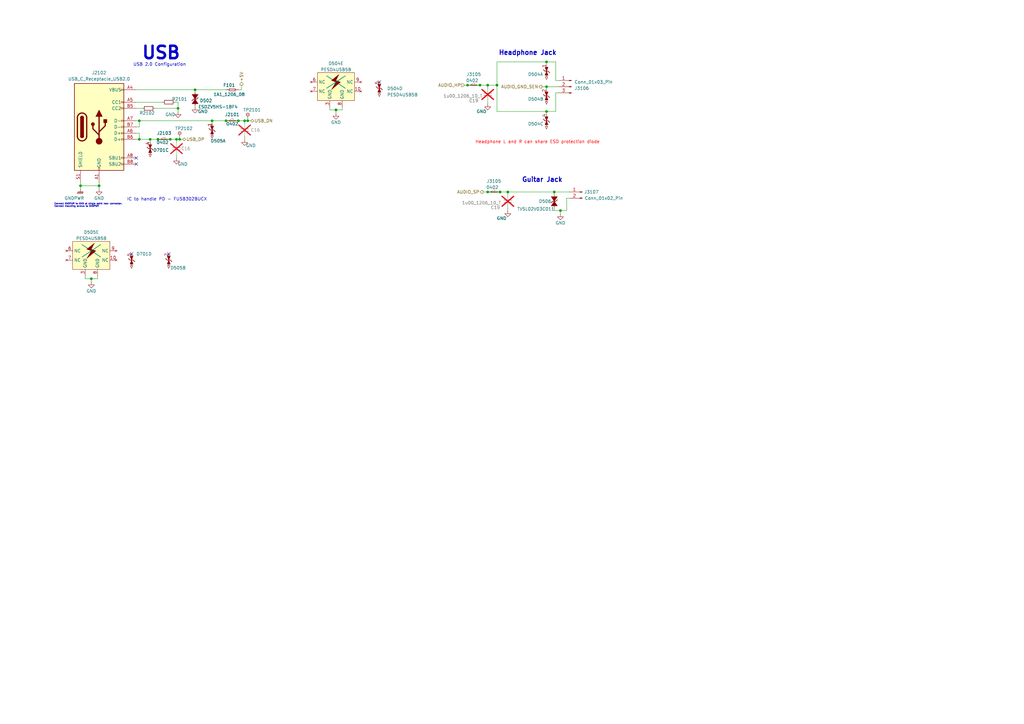
<source format=kicad_sch>
(kicad_sch (version 20230121) (generator eeschema)
  (paper "A3")
  (title_block (title "Audio Board") (date "2023-08-07") (rev "1") (company "Beep Boop"))
  (lib_symbols
    (symbol "Beacon_Library:CUT_N_JUMP" (pin_numbers hide) (in_bom no)
      (property "Reference" "J" (at 0 -0.254 0))
      (property "Value" "0402" (at 0 -3.81 0))
      (symbol "CUT_N_JUMP_1_1"
        (polyline (pts (xy -1.27 -2.54) (xy 1.27 -2.54)) (stroke (width 0.381)))
        (polyline (pts (xy 0.508 -1.905) (xy 0.381 -1.651) (xy 0.508 -1.905) (xy 0.254 -2.032)) (stroke (width 0.0762)))
        (arc (start 0.508 -1.905) (mid -0.5086 -1.8651) (end -1.27 -2.54) (stroke (width 0.0762)))
        (pin passive line (at -2.54 -2.54 0) (length 1.27) (name "~") (number "1"))
        (pin passive line (at 2.54 -2.54 180) (length 1.27) (name "~") (number "2"))
      )
    )
    (symbol "Beacon_Library:ESDL031-1BF4" (pin_numbers hide)
      (property "Reference" "D" (at 0 0 0))
      (property "Value" "ESDL031-1BF4" (at 13.97 0 0))
      (symbol "ESDL031-1BF4_1_1"
        (polyline (pts (xy 3.81 -1.27) (xy 3.175 -1.27) (xy 2.54 -1.905)) (stroke (width 0.254)))
        (polyline (pts (xy 3.81 -1.27) (xy 4.445 -1.27) (xy 5.08 -0.635)) (stroke (width 0.254)))
        (polyline (pts (xy 3.81 -1.27) (xy 2.54 -3.175) (xy 5.08 -3.175) (xy 3.81 -1.27)) (fill (type outline)))
        (polyline (pts (xy 3.81 0.635) (xy 5.08 0.635) (xy 3.81 -1.27) (xy 2.54 0.635) (xy 3.81 0.635)) (fill (type outline)))
        (pin passive line (at 3.81 1.27 270) (length 0.635) (name "") (number "1"))
        (pin passive line (at 3.81 -3.81 90) (length 0.635) (name "") (number "2"))
      )
    )
    (symbol "Beacon_Library:ESDZV5HS-1BF4" (pin_numbers hide)
      (property "Reference" "D" (at 0 0 0))
      (property "Value" "ESDZV5HS-1BF4" (at 12.7 0 0))
      (symbol "ESDZV5HS-1BF4_1_1"
        (polyline (pts (xy 2.54 -2.54) (xy 1.905 -2.54) (xy 1.27 -3.175)) (stroke (width 0.254)))
        (polyline (pts (xy 2.54 -2.54) (xy 3.175 -2.54) (xy 3.81 -1.905)) (stroke (width 0.254)))
        (polyline (pts (xy 2.54 -2.54) (xy 1.27 -4.445) (xy 3.81 -4.445) (xy 2.54 -2.54)) (fill (type outline)))
        (polyline (pts (xy 2.54 -0.635) (xy 3.81 -0.635) (xy 2.54 -2.54) (xy 1.27 -0.635) (xy 2.54 -0.635)) (fill (type outline)))
        (pin passive line (at 2.54 0 270) (length 0.635) (name "") (number "1"))
        (pin passive line (at 2.54 -5.08 90) (length 0.635) (name "") (number "2"))
      )
    )
    (symbol "Beacon_Library:PESD4USB5B-TBSX"
      (property "Reference" "D" (at -2.54 2.54 0))
      (property "Value" "PESD4USB5B" (at 11.43 2.54 0))
      (symbol "PESD4USB5B-TBSX_1_1"
        (polyline (pts (xy 0 -2.921) (xy 0 -3.556)))
        (polyline (pts (xy 0 0.635) (xy 0 0.381)))
        (polyline (pts (xy 0 -1.27) (xy -0.635 -1.27) (xy -1.27 -0.635)) (stroke (width 0.254)))
        (polyline (pts (xy 0 -1.27) (xy 0.635 -1.27) (xy 1.27 -1.905)) (stroke (width 0.254)))
        (polyline (pts (xy -0.508 -3.556) (xy 0.508 -3.556) (xy 0 -4.699) (xy -0.508 -3.556)))
        (polyline (pts (xy 0 -1.27) (xy -0.635 -2.921) (xy 0.635 -2.921) (xy 0 -1.27)) (fill (type outline)))
        (polyline (pts (xy 0 -1.27) (xy -0.635 0.381) (xy 0.635 0.381) (xy 0 -1.27)) (fill (type outline)))
        (pin passive line (at 0 1.27 270) (length 0.635) (name "") (number "1"))
      )
      (symbol "PESD4USB5B-TBSX_2_1"
        (polyline (pts (xy 0 -2.921) (xy 0 -3.556)))
        (polyline (pts (xy 0 0.635) (xy 0 0.381)))
        (polyline (pts (xy 0 -1.27) (xy -0.635 -1.27) (xy -1.27 -0.635)) (stroke (width 0.254)))
        (polyline (pts (xy 0 -1.27) (xy 0.635 -1.27) (xy 1.27 -1.905)) (stroke (width 0.254)))
        (polyline (pts (xy -0.508 -3.556) (xy 0.508 -3.556) (xy 0 -4.699) (xy -0.508 -3.556)))
        (polyline (pts (xy 0 -1.27) (xy -0.635 -2.921) (xy 0.635 -2.921) (xy 0 -1.27)) (fill (type outline)))
        (polyline (pts (xy 0 -1.27) (xy -0.635 0.381) (xy 0.635 0.381) (xy 0 -1.27)) (fill (type outline)))
        (pin passive line (at 0 1.27 270) (length 0.635) (name "") (number "2"))
      )
      (symbol "PESD4USB5B-TBSX_3_1"
        (polyline (pts (xy 0 -2.921) (xy 0 -3.556)))
        (polyline (pts (xy 0 0.635) (xy 0 0.381)))
        (polyline (pts (xy 0 -1.27) (xy -0.635 -1.27) (xy -1.27 -0.635)) (stroke (width 0.254)))
        (polyline (pts (xy 0 -1.27) (xy 0.635 -1.27) (xy 1.27 -1.905)) (stroke (width 0.254)))
        (polyline (pts (xy -0.508 -3.556) (xy 0.508 -3.556) (xy 0 -4.699) (xy -0.508 -3.556)))
        (polyline (pts (xy 0 -1.27) (xy -0.635 -2.921) (xy 0.635 -2.921) (xy 0 -1.27)) (fill (type outline)))
        (polyline (pts (xy 0 -1.27) (xy -0.635 0.381) (xy 0.635 0.381) (xy 0 -1.27)) (fill (type outline)))
        (pin passive line (at 0 1.27 270) (length 0.635) (name "") (number "4"))
      )
      (symbol "PESD4USB5B-TBSX_4_1"
        (polyline (pts (xy 0 -2.921) (xy 0 -3.556)))
        (polyline (pts (xy 0 0.635) (xy 0 0.381)))
        (polyline (pts (xy 0 -1.27) (xy -0.635 -1.27) (xy -1.27 -0.635)) (stroke (width 0.254)))
        (polyline (pts (xy 0 -1.27) (xy 0.635 -1.27) (xy 1.27 -1.905)) (stroke (width 0.254)))
        (polyline (pts (xy -0.508 -3.556) (xy 0.508 -3.556) (xy 0 -4.699) (xy -0.508 -3.556)))
        (polyline (pts (xy 0 -1.27) (xy -0.635 -2.921) (xy 0.635 -2.921) (xy 0 -1.27)) (fill (type outline)))
        (polyline (pts (xy 0 -1.27) (xy -0.635 0.381) (xy 0.635 0.381) (xy 0 -1.27)) (fill (type outline)))
        (pin passive line (at 0 1.27 270) (length 0.635) (name "") (number "5"))
      )
      (symbol "PESD4USB5B-TBSX_5_1"
        (polyline (pts (xy 3.81 0) (xy 11.43 -5.08)) (stroke (width 0.254) (color 0 132 132 1)))
        (polyline (pts (xy 11.43 0) (xy 3.81 -5.08)) (stroke (width 0.254) (color 0 132 132 1)))
        (polyline (pts (xy 8.89 0.635) (xy 5.715 -1.905) (xy 7.62 -2.54) (xy 5.715 -5.715) (xy 9.525 -2.54) (xy 7.62 -1.905) (xy 8.89 0.635)) (stroke (width 0.0254)) (fill (type outline)))
        (rectangle (start 0 1.27) (end 15.24 -10.16) (fill (type background)))
        (pin no_connect line (at 17.78 -6.35 180) (length 2.54) (name "NC") (number "10"))
        (pin passive line (at 5.08 -12.7 90) (length 2.54) (name "GND") (number "3"))
        (pin no_connect line (at -2.54 -2.54 0) (length 2.54) (name "NC") (number "6"))
        (pin no_connect line (at -2.54 -6.35 0) (length 2.54) (name "NC") (number "7"))
        (pin passive line (at 10.16 -12.7 90) (length 2.54) (name "GND") (number "8"))
        (pin no_connect line (at 17.78 -2.54 180) (length 2.54) (name "NC") (number "9"))
      )
    )
    (symbol "Beacon_Library:TESTPOINT" (pin_numbers hide) (in_bom no)
      (property "Reference" "TP" (at 0 0 0))
      (symbol "TESTPOINT_1_1"
        (circle (center 0 -1.905) (radius 0.635))
        (polyline (pts (xy -0.508 -2.286) (xy 0.508 -1.524)) (stroke (width 0.0254)))
        (polyline (pts (xy -0.508 -1.524) (xy 0.508 -2.286)) (stroke (width 0.0254)))
        (pin passive line (at 0 -3.175 90) (length 0.635) (name "~") (number "1"))
      )
    )
    (symbol "Connector:Conn_01x02_Pin" (pin_names (offset 1.016) hide)
      (property "Reference" "J" (at 0 2.54 0))
      (property "Value" "Conn_01x02_Pin" (at 0 -5.08 0))
      (symbol "Conn_01x02_Pin_1_1"
        (polyline (pts (xy 1.27 -2.54) (xy 0.8636 -2.54)) (stroke (width 0.1524)))
        (polyline (pts (xy 1.27 0) (xy 0.8636 0)) (stroke (width 0.1524)))
        (rectangle (start 0.8636 -2.413) (end 0 -2.667) (stroke (width 0.1524)) (fill (type outline)))
        (rectangle (start 0.8636 0.127) (end 0 -0.127) (stroke (width 0.1524)) (fill (type outline)))
        (pin passive line (at 5.08 0 180) (length 3.81) (name "Pin_1") (number "1"))
        (pin passive line (at 5.08 -2.54 180) (length 3.81) (name "Pin_2") (number "2"))
      )
    )
    (symbol "Connector:Conn_01x03_Pin" (pin_names (offset 1.016) hide)
      (property "Reference" "J" (at 0 5.08 0))
      (property "Value" "Conn_01x03_Pin" (at 0 -5.08 0))
      (symbol "Conn_01x03_Pin_1_1"
        (polyline (pts (xy 1.27 -2.54) (xy 0.8636 -2.54)) (stroke (width 0.1524)))
        (polyline (pts (xy 1.27 0) (xy 0.8636 0)) (stroke (width 0.1524)))
        (polyline (pts (xy 1.27 2.54) (xy 0.8636 2.54)) (stroke (width 0.1524)))
        (rectangle (start 0.8636 -2.413) (end 0 -2.667) (stroke (width 0.1524)) (fill (type outline)))
        (rectangle (start 0.8636 0.127) (end 0 -0.127) (stroke (width 0.1524)) (fill (type outline)))
        (rectangle (start 0.8636 2.667) (end 0 2.413) (stroke (width 0.1524)) (fill (type outline)))
        (pin passive line (at 5.08 2.54 180) (length 3.81) (name "Pin_1") (number "1"))
        (pin passive line (at 5.08 0 180) (length 3.81) (name "Pin_2") (number "2"))
        (pin passive line (at 5.08 -2.54 180) (length 3.81) (name "Pin_3") (number "3"))
      )
    )
    (symbol "Connector:USB_C_Receptacle_USB2.0" (pin_names (offset 1.016))
      (property "Reference" "J" (at -10.16 19.05 0))
      (property "Value" "USB_C_Receptacle_USB2.0" (at 19.05 19.05 0))
      (symbol "USB_C_Receptacle_USB2.0_0_0"
        (rectangle (start -0.254 -17.78) (end 0.254 -16.764))
        (rectangle (start 10.16 -14.986) (end 9.144 -15.494))
        (rectangle (start 10.16 -12.446) (end 9.144 -12.954))
        (rectangle (start 10.16 -4.826) (end 9.144 -5.334))
        (rectangle (start 10.16 -2.286) (end 9.144 -2.794))
        (rectangle (start 10.16 0.254) (end 9.144 -0.254))
        (rectangle (start 10.16 2.794) (end 9.144 2.286))
        (rectangle (start 10.16 7.874) (end 9.144 7.366))
        (rectangle (start 10.16 10.414) (end 9.144 9.906))
        (rectangle (start 10.16 15.494) (end 9.144 14.986))
      )
      (symbol "USB_C_Receptacle_USB2.0_0_1"
        (rectangle (start -10.16 17.78) (end 10.16 -17.78) (stroke (width 0.254)) (fill (type background)))
        (arc (start -8.89 -3.81) (mid -6.985 -5.7067) (end -5.08 -3.81) (stroke (width 0.508)))
        (arc (start -7.62 -3.81) (mid -6.985 -4.4423) (end -6.35 -3.81) (stroke (width 0.254)))
        (arc (start -7.62 -3.81) (mid -6.985 -4.4423) (end -6.35 -3.81) (stroke (width 0.254)) (fill (type outline)))
        (rectangle (start -7.62 -3.81) (end -6.35 3.81) (stroke (width 0.254)) (fill (type outline)))
        (arc (start -6.35 3.81) (mid -6.985 4.4423) (end -7.62 3.81) (stroke (width 0.254)))
        (arc (start -6.35 3.81) (mid -6.985 4.4423) (end -7.62 3.81) (stroke (width 0.254)) (fill (type outline)))
        (arc (start -5.08 3.81) (mid -6.985 5.7067) (end -8.89 3.81) (stroke (width 0.508)))
        (circle (center -2.54 1.143) (radius 0.635) (stroke (width 0.254)) (fill (type outline)))
        (circle (center 0 -5.842) (radius 1.27) (fill (type outline)))
        (polyline (pts (xy -8.89 -3.81) (xy -8.89 3.81)) (stroke (width 0.508)))
        (polyline (pts (xy -5.08 3.81) (xy -5.08 -3.81)) (stroke (width 0.508)))
        (polyline (pts (xy 0 -5.842) (xy 0 4.318)) (stroke (width 0.508)))
        (polyline (pts (xy 0 -3.302) (xy -2.54 -0.762) (xy -2.54 0.508)) (stroke (width 0.508)))
        (polyline (pts (xy 0 -2.032) (xy 2.54 0.508) (xy 2.54 1.778)) (stroke (width 0.508)))
        (polyline (pts (xy -1.27 4.318) (xy 0 6.858) (xy 1.27 4.318) (xy -1.27 4.318)) (stroke (width 0.254)) (fill (type outline)))
        (rectangle (start 1.905 1.778) (end 3.175 3.048) (stroke (width 0.254)) (fill (type outline)))
      )
      (symbol "USB_C_Receptacle_USB2.0_1_1"
        (pin passive line (at 0 -22.86 90) (length 5.08) (name "GND") (number "A1"))
        (pin passive line (at 0 -22.86 90) (length 5.08) hide (name "GND") (number "A12"))
        (pin passive line (at 15.24 15.24 180) (length 5.08) (name "VBUS") (number "A4"))
        (pin bidirectional line (at 15.24 10.16 180) (length 5.08) (name "CC1") (number "A5"))
        (pin bidirectional line (at 15.24 -2.54 180) (length 5.08) (name "D+") (number "A6"))
        (pin bidirectional line (at 15.24 2.54 180) (length 5.08) (name "D-") (number "A7"))
        (pin bidirectional line (at 15.24 -12.7 180) (length 5.08) (name "SBU1") (number "A8"))
        (pin passive line (at 15.24 15.24 180) (length 5.08) hide (name "VBUS") (number "A9"))
        (pin passive line (at 0 -22.86 90) (length 5.08) hide (name "GND") (number "B1"))
        (pin passive line (at 0 -22.86 90) (length 5.08) hide (name "GND") (number "B12"))
        (pin passive line (at 15.24 15.24 180) (length 5.08) hide (name "VBUS") (number "B4"))
        (pin bidirectional line (at 15.24 7.62 180) (length 5.08) (name "CC2") (number "B5"))
        (pin bidirectional line (at 15.24 -5.08 180) (length 5.08) (name "D+") (number "B6"))
        (pin bidirectional line (at 15.24 0 180) (length 5.08) (name "D-") (number "B7"))
        (pin bidirectional line (at 15.24 -15.24 180) (length 5.08) (name "SBU2") (number "B8"))
        (pin passive line (at 15.24 15.24 180) (length 5.08) hide (name "VBUS") (number "B9"))
        (pin passive line (at -7.62 -22.86 90) (length 5.08) (name "SHIELD") (number "S1"))
      )
    )
    (symbol "Device:C_Small" (pin_numbers hide) (pin_names (offset 0.254) hide)
      (property "Reference" "C" (at 0.254 1.778 0))
      (property "Value" "C_Small" (at 0.254 -2.032 0))
      (symbol "C_Small_0_1"
        (polyline (pts (xy -1.524 -0.508) (xy 1.524 -0.508)) (stroke (width 0.3302)))
        (polyline (pts (xy -1.524 0.508) (xy 1.524 0.508)) (stroke (width 0.3048)))
      )
      (symbol "C_Small_1_1"
        (pin passive line (at 0 2.54 270) (length 2.032) (name "~") (number "1"))
        (pin passive line (at 0 -2.54 90) (length 2.032) (name "~") (number "2"))
      )
    )
    (symbol "Device:Fuse_Small" (pin_numbers hide) (pin_names (offset 0.254) hide)
      (property "Reference" "F" (at 0 -1.524 0))
      (property "Value" "Fuse_Small" (at 0 1.524 0))
      (symbol "Fuse_Small_0_1"
        (rectangle (start -1.27 0.508) (end 1.27 -0.508))
        (polyline (pts (xy -1.27 0) (xy 1.27 0)))
      )
      (symbol "Fuse_Small_1_1"
        (pin passive line (at -2.54 0 0) (length 1.27) (name "~") (number "1"))
        (pin passive line (at 2.54 0 180) (length 1.27) (name "~") (number "2"))
      )
    )
    (symbol "Device:R_Small" (pin_numbers hide) (pin_names (offset 0.254) hide)
      (property "Reference" "R" (at 0.762 0.508 0))
      (property "Value" "R_Small" (at 0.762 -1.016 0))
      (symbol "R_Small_0_1"
        (rectangle (start -0.762 1.778) (end 0.762 -1.778) (stroke (width 0.2032)))
      )
      (symbol "R_Small_1_1"
        (pin passive line (at 0 2.54 270) (length 0.762) (name "~") (number "1"))
        (pin passive line (at 0 -2.54 90) (length 0.762) (name "~") (number "2"))
      )
    )
    (symbol "power:GND" (power) (pin_names (offset 0))
      (property "Value" "GND" (at 0 -3.81 0))
      (symbol "GND_0_1"
        (polyline (pts (xy 0 0) (xy 0 -1.27) (xy 1.27 -1.27) (xy 0 -2.54) (xy -1.27 -1.27) (xy 0 -1.27)))
      )
      (symbol "GND_1_1"
        (pin power_in line (at 0 0 270) (length 0) hide (name "GND") (number "1"))
      )
    )
    (symbol "power:GNDPWR" (power) (pin_names (offset 0))
      (property "Value" "GNDPWR" (at 0 -3.302 0))
      (symbol "GNDPWR_0_1"
        (polyline (pts (xy 0 -1.27) (xy 0 0)))
        (polyline (pts (xy -1.016 -1.27) (xy -1.27 -2.032) (xy -1.27 -2.032)) (stroke (width 0.2032)))
        (polyline (pts (xy -0.508 -1.27) (xy -0.762 -2.032) (xy -0.762 -2.032)) (stroke (width 0.2032)))
        (polyline (pts (xy 0 -1.27) (xy -0.254 -2.032) (xy -0.254 -2.032)) (stroke (width 0.2032)))
        (polyline (pts (xy 0.508 -1.27) (xy 0.254 -2.032) (xy 0.254 -2.032)) (stroke (width 0.2032)))
        (polyline (pts (xy 1.016 -1.27) (xy -1.016 -1.27) (xy -1.016 -1.27)) (stroke (width 0.2032)))
        (polyline (pts (xy 1.016 -1.27) (xy 0.762 -2.032) (xy 0.762 -2.032) (xy 0.762 -2.032)) (stroke (width 0.2032)))
      )
      (symbol "GNDPWR_1_1"
        (pin power_in line (at 0 0 270) (length 0) hide (name "GNDPWR") (number "1"))
      )
    )
  )
  (junction (at 200.025 34.925))
  (junction (at 224.155 25.4))
  (junction (at 100.33 49.53))
  (junction (at 80.01 36.83))
  (junction (at 224.155 35.56))
  (junction (at 191.77 34.925))
  (junction (at 200.025 78.74))
  (junction (at 64.77 57.15))
  (junction (at 73.025 44.45))
  (junction (at 72.39 57.15))
  (junction (at 208.28 78.74))
  (junction (at 73.66 57.15))
  (junction (at 224.155 45.72))
  (junction (at 101.6 49.53))
  (junction (at 40.64 76.2))
  (junction (at 37.465 114.3))
  (junction (at 86.995 49.53))
  (junction (at 69.85 57.15))
  (junction (at 137.795 45.085))
  (junction (at 227.33 78.74))
  (junction (at 92.71 49.53))
  (junction (at 229.87 86.36))
  (junction (at 205.105 78.74))
  (junction (at 97.79 49.53))
  (junction (at 57.15 49.53))
  (junction (at 203.835 34.925))
  (junction (at 61.595 57.15))
  (junction (at 33.02 76.2))
  (junction (at 57.15 57.15))
  (junction (at 196.85 34.925))
  (no_connect (at 69.215 104.14))
  (no_connect (at 55.88 64.77))
  (no_connect (at 55.88 67.31))
  (no_connect (at 53.975 104.14))
  (no_connect (at 155.575 33.655))
  (wire (pts (xy 57.15 57.15) (xy 61.595 57.15)))
  (wire (pts (xy 101.6 48.26) (xy 101.6 49.53)))
  (wire (pts (xy 227.965 25.4) (xy 227.965 33.02)))
  (wire (pts (xy 224.155 25.4) (xy 224.155 26.67)))
  (wire (pts (xy 200.025 78.74) (xy 205.105 78.74)))
  (wire (pts (xy 227.33 78.74) (xy 233.68 78.74)))
  (wire (pts (xy 37.465 114.3) (xy 40.005 114.3)))
  (wire (pts (xy 208.28 78.74) (xy 227.33 78.74)))
  (wire (pts (xy 73.66 55.88) (xy 73.66 57.15)))
  (wire (pts (xy 229.87 86.36) (xy 227.33 86.36)))
  (wire (pts (xy 224.155 35.56) (xy 224.155 36.83)))
  (wire (pts (xy 57.15 49.53) (xy 86.995 49.53)))
  (wire (pts (xy 80.01 36.83) (xy 92.71 36.83)))
  (wire (pts (xy 40.64 74.93) (xy 40.64 76.2)))
  (wire (pts (xy 33.02 74.93) (xy 33.02 76.2)))
  (wire (pts (xy 73.025 45.72) (xy 73.025 44.45)))
  (wire (pts (xy 101.6 49.53) (xy 102.87 49.53)))
  (wire (pts (xy 224.155 45.72) (xy 227.965 45.72)))
  (wire (pts (xy 55.88 36.83) (xy 80.01 36.83)))
  (wire (pts (xy 55.88 52.07) (xy 57.15 52.07)))
  (wire (pts (xy 73.025 41.91) (xy 71.755 41.91)))
  (wire (pts (xy 80.01 43.18) (xy 80.01 43.815)))
  (wire (pts (xy 61.595 57.15) (xy 64.77 57.15)))
  (wire (pts (xy 55.88 41.91) (xy 66.675 41.91)))
  (wire (pts (xy 86.995 49.53) (xy 92.71 49.53)))
  (wire (pts (xy 73.66 57.15) (xy 74.93 57.15)))
  (wire (pts (xy 229.87 86.36) (xy 232.41 86.36)))
  (wire (pts (xy 86.995 49.53) (xy 86.995 50.8)))
  (wire (pts (xy 200.025 42.545) (xy 200.025 41.275)))
  (wire (pts (xy 33.02 76.2) (xy 40.64 76.2)))
  (wire (pts (xy 137.795 45.085) (xy 140.335 45.085)))
  (wire (pts (xy 55.88 54.61) (xy 57.15 54.61)))
  (wire (pts (xy 80.01 36.83) (xy 80.01 38.1)))
  (wire (pts (xy 140.335 43.815) (xy 140.335 45.085)))
  (wire (pts (xy 57.15 54.61) (xy 57.15 57.15)))
  (wire (pts (xy 57.15 49.53) (xy 57.15 52.07)))
  (wire (pts (xy 100.33 55.88) (xy 100.33 57.15)))
  (wire (pts (xy 61.595 57.15) (xy 61.595 58.42)))
  (wire (pts (xy 34.925 114.3) (xy 34.925 113.03)))
  (wire (pts (xy 203.835 34.925) (xy 203.835 25.4)))
  (wire (pts (xy 40.005 113.03) (xy 40.005 114.3)))
  (wire (pts (xy 208.28 78.74) (xy 208.28 80.01)))
  (wire (pts (xy 97.79 49.53) (xy 100.33 49.53)))
  (wire (pts (xy 203.835 25.4) (xy 224.155 25.4)))
  (wire (pts (xy 72.39 63.5) (xy 72.39 64.77)))
  (wire (pts (xy 73.025 44.45) (xy 73.025 41.91)))
  (wire (pts (xy 37.465 114.3) (xy 34.925 114.3)))
  (wire (pts (xy 227.965 45.72) (xy 227.965 38.1)))
  (wire (pts (xy 227.33 85.09) (xy 227.33 86.36)))
  (wire (pts (xy 72.39 58.42) (xy 72.39 57.15)))
  (wire (pts (xy 190.5 34.925) (xy 191.77 34.925)))
  (wire (pts (xy 224.155 35.56) (xy 229.235 35.56)))
  (wire (pts (xy 229.87 87.63) (xy 229.87 86.36)))
  (wire (pts (xy 227.965 33.02) (xy 229.235 33.02)))
  (wire (pts (xy 99.06 34.925) (xy 99.06 36.83)))
  (wire (pts (xy 100.33 50.8) (xy 100.33 49.53)))
  (wire (pts (xy 203.835 45.72) (xy 224.155 45.72)))
  (wire (pts (xy 191.77 34.925) (xy 196.85 34.925)))
  (wire (pts (xy 224.155 45.72) (xy 224.155 46.99)))
  (wire (pts (xy 227.965 38.1) (xy 229.235 38.1)))
  (wire (pts (xy 205.105 78.74) (xy 208.28 78.74)))
  (wire (pts (xy 196.85 34.925) (xy 200.025 34.925)))
  (wire (pts (xy 33.02 76.2) (xy 33.02 77.47)))
  (wire (pts (xy 63.5 44.45) (xy 73.025 44.45)))
  (wire (pts (xy 232.41 81.28) (xy 232.41 86.36)))
  (wire (pts (xy 92.71 49.53) (xy 97.79 49.53)))
  (wire (pts (xy 203.835 34.925) (xy 203.835 45.72)))
  (wire (pts (xy 55.88 49.53) (xy 57.15 49.53)))
  (wire (pts (xy 222.25 35.56) (xy 224.155 35.56)))
  (wire (pts (xy 58.42 44.45) (xy 55.88 44.45)))
  (wire (pts (xy 224.155 25.4) (xy 227.965 25.4)))
  (wire (pts (xy 232.41 81.28) (xy 233.68 81.28)))
  (wire (pts (xy 200.025 34.925) (xy 200.025 36.195)))
  (wire (pts (xy 100.33 49.53) (xy 101.6 49.53)))
  (wire (pts (xy 55.88 57.15) (xy 57.15 57.15)))
  (wire (pts (xy 97.79 36.83) (xy 99.06 36.83)))
  (wire (pts (xy 37.465 115.57) (xy 37.465 114.3)))
  (wire (pts (xy 135.255 43.815) (xy 135.255 45.085)))
  (wire (pts (xy 200.025 34.925) (xy 203.835 34.925)))
  (wire (pts (xy 198.12 78.74) (xy 200.025 78.74)))
  (wire (pts (xy 137.795 45.085) (xy 137.795 46.355)))
  (wire (pts (xy 69.85 57.15) (xy 72.39 57.15)))
  (wire (pts (xy 64.77 57.15) (xy 69.85 57.15)))
  (wire (pts (xy 227.33 78.74) (xy 227.33 80.01)))
  (wire (pts (xy 72.39 57.15) (xy 73.66 57.15)))
  (wire (pts (xy 135.255 45.085) (xy 137.795 45.085)))
  (wire (pts (xy 40.64 77.47) (xy 40.64 76.2)))
  (wire (pts (xy 208.28 85.09) (xy 208.28 86.36)))
  (text "IC to handle PD - FUSB302BUCX" (at 52.07 82.55 0) (effects (font (size 1.27 1.27)) (justify left bottom)))
  (text "Headphone Jack" (at 204.47 22.86 0) (effects (font (size 1.905 1.905) (thickness 0.381) bold) (justify left bottom)))
  (text "Guitar Jack" (at 213.995 74.93 0) (effects (font (size 1.905 1.905) (thickness 0.381) bold) (justify left bottom)))
  (text "USB 2.0 Configuration" (at 54.61 27.305 0) (effects (font (size 1.27 1.27)) (justify left bottom)))
  (text "Headphone L and R can share ESD protection diode" (at 194.945 59.055 0) (effects (font (size 1.27 1.27)) (justify left bottom)))
  (text "Connect GNDPWR to GND at single point near connector.\nConnect mounting screws to GNDPWR" (at 22.225 85.09 0) (effects (font (size 0.635 0.635)) (justify left bottom)))
  (text "USB" (at 57.785 24.765 0) (effects (font (size 5.08 5.08) (thickness 1.016) bold) (justify left bottom)))
  (hierarchical_label "AUDIO_GND_SEN" (shape output) (at 222.25 35.56 180))
  (hierarchical_label "USB_DP" (shape bidirectional) (at 74.93 57.15 0))
  (hierarchical_label "USB_DN" (shape bidirectional) (at 102.87 49.53 0))
  (hierarchical_label "AUDIO_SP" (shape output) (at 198.12 78.74 180))
  (hierarchical_label "AUDIO_HP" (shape input) (at 190.5 34.925 180))
  (hierarchical_label "+5V" (shape output) (at 99.06 34.925 90))
  (symbol (lib_id "Beacon_Library:PESD4USB5B-TBSX") (at 53.975 105.41 0) (unit 4)
    (property "Reference" "D701" (at 55.88 104.14 0) (effects (justify left)))
    (property "Value" "PESD4USB5B" (effects hide))
    (property "Footprint" "Footprint_Library:PESD4USB5BTBSX" (effects hide))
    (property "Datasheet" "https://www.mouser.com/ProductDetail/Nexperia/PESD4USB5B-TBSX?qs=sGAEpiMZZMsItbzKdwyIe0v7IbkW2Xxce7GX43waDW57mBNLazKp2g%3D%3D" (effects hide))
    (instances (project "Beacon_Multiboard" (path "" (reference "D701") (unit 4)) (path "" (reference "D505") (unit 4))))
  )
  (symbol (lib_id "power:GND") (at 208.28 86.36 0) (unit 1)
    (property "Reference" "#PWR03113" (effects hide))
    (property "Value" "GND" (at 205.74 89.535 0))
    (instances (project "Beacon" (path "" (reference "#PWR03113") (unit 1)) (path "" (reference "#PWR02047") (unit 1))) (project "Beacon_Multiboard" (path "" (reference "#PWR03113") (unit 1)) (path "" (reference "#PWR0516") (unit 1))))
  )
  (symbol (lib_id "Beacon_Library:PESD4USB5B-TBSX") (at 86.995 52.07 0) (unit 1)
    (property "Reference" "D505" (at 86.36 57.785 0) (effects (justify left)))
    (property "Value" "PESD4USB5B" (effects hide))
    (property "Footprint" "Footprint_Library:PESD4USB5BTBSX" (effects hide))
    (property "Datasheet" "https://www.mouser.com/ProductDetail/Nexperia/PESD4USB5B-TBSX?qs=sGAEpiMZZMsItbzKdwyIe0v7IbkW2Xxce7GX43waDW57mBNLazKp2g%3D%3D" (effects hide))
  )
  (symbol (lib_id "power:GND") (at 37.465 115.57 0) (unit 1)
    (property "Reference" "#PWR02103" (effects hide))
    (property "Value" "GND" (at 37.465 119.38 0))
    (instances (project "Beacon" (path "" (reference "#PWR02103") (unit 1))) (project "Beacon_Multiboard" (path "" (reference "#PWR0535") (unit 1))))
  )
  (symbol (lib_id "Beacon_Library:ESDL031-1BF4") (at 223.52 81.28 0) (unit 1)
    (property "Reference" "D506" (at 220.98 82.55 0) (effects (justify left)))
    (property "Value" "TVSL02V03C011" (at 212.09 85.725 0) (effects (justify left)))
    (property "Footprint" "Footprint_Library:0201_0804Metric_Handsolder" (effects hide))
    (property "Datasheet" "https://www.mouser.com/ProductDetail/Bussmann-Eaton/TVSL02V03C011?qs=sGAEpiMZZMsItbzKdwyIe0v7IbkW2XxclEaASuSeCBN57ZPJksIo3Q%3D%3D" (effects hide))
  )
  (symbol (lib_id "Beacon_Library:ESDZV5HS-1BF4") (at 77.47 38.1 0) (unit 1)
    (property "Reference" "D502" (at 81.915 41.275 0) (effects (justify left)))
    (property "Value" "ESDZV5HS-1BF4" (at 81.28 43.815 0) (effects (justify left)))
    (property "Footprint" "Footprint_Library:0201_0804Metric_Handsolder" (effects hide))
    (property "Datasheet" "https://www.mouser.com/ProductDetail/STMicroelectronics/ESDZV5HS-1BF4?qs=sGAEpiMZZMsItbzKdwyIe%252Bgj7Z%252BBsubrQ0zZprgCTxxqVcRZ201LfA%3D%3D" (effects hide))
  )
  (symbol (lib_id "Beacon_Library:CUT_N_JUMP") (at 194.31 32.385 0) (unit 1) (in_bom no)
    (property "Reference" "J3105" (at 194.31 30.48 0))
    (property "Value" "0402" (at 193.675 33.02 0))
    (property "Footprint" "Footprint_Library:0402_CUT-N-JUMP" (effects hide))
    (instances (project "Beacon" (path "" (reference "J3105") (unit 1)) (path "" (reference "J2010") (unit 1))) (project "Beacon_Multiboard" (path "" (reference "J605") (unit 1)) (path "" (reference "J503") (unit 1))))
  )
  (symbol (lib_id "Connector:USB_C_Receptacle_USB2.0") (at 40.64 52.07 0) (unit 1)
    (property "Reference" "J2102" (at 40.64 29.845 0))
    (property "Value" "USB_C_Receptacle_USB2.0" (at 40.64 32.385 0))
    (property "Footprint" "Footprint_Library:USB4105-GF-A" (effects hide))
    (property "Datasheet" "https://www.mouser.com/ProductDetail/GCT/USB4105-GF-A?qs=KUoIvG%2F9IlY%2FMLlBMpStpA%3D%3D" (effects hide))
    (instances (project "Beacon" (path "" (reference "J2102") (unit 1))) (project "Beacon_Multiboard" (path "" (reference "J510") (unit 1))))
  )
  (symbol (lib_id "Beacon_Library:PESD4USB5B-TBSX") (at 224.155 27.94 0) (unit 1)
    (property "Reference" "D504" (at 216.535 30.48 0) (effects (justify left)))
    (property "Value" "PESD4USB5B" (effects hide))
    (property "Footprint" "Footprint_Library:PESD4USB5BTBSX" (effects hide))
    (property "Datasheet" "https://www.mouser.com/ProductDetail/Nexperia/PESD4USB5B-TBSX?qs=sGAEpiMZZMsItbzKdwyIe0v7IbkW2Xxce7GX43waDW57mBNLazKp2g%3D%3D" (effects hide))
  )
  (symbol (lib_id "power:GND") (at 73.025 45.72 0) (unit 1)
    (property "Reference" "#PWR02102" (effects hide))
    (property "Value" "GND" (at 69.85 46.99 0))
    (instances (project "Beacon" (path "" (reference "#PWR02102") (unit 1))) (project "Beacon_Multiboard" (path "" (reference "#PWR0528") (unit 1))))
  )
  (symbol (lib_id "Device:R_Small") (at 60.96 44.45 270) (unit 1)
    (property "Reference" "R2102" (at 60.325 46.355 90))
    (property "Value" "5k10_0402_010" (effects hide))
    (property "Footprint" "Footprint_Library:0402_1005Metric_Handsolder" (effects hide))
    (instances (project "Beacon" (path "" (reference "R2102") (unit 1))) (project "Beacon_Multiboard" (path "" (reference "R518") (unit 1))))
  )
  (symbol (lib_id "power:GND") (at 200.025 42.545 0) (unit 1)
    (property "Reference" "#PWR03113" (effects hide))
    (property "Value" "GND" (at 197.485 45.72 0))
    (instances (project "Beacon" (path "" (reference "#PWR03113") (unit 1)) (path "" (reference "#PWR02047") (unit 1))) (project "Beacon_Multiboard" (path "" (reference "#PWR03113") (unit 1)) (path "" (reference "#PWR0509") (unit 1))))
  )
  (symbol (lib_id "power:GND") (at 80.01 43.815 0) (unit 1)
    (property "Reference" "#PWR02102" (effects hide))
    (property "Value" "GND" (at 83.185 45.72 0))
    (instances (project "Beacon" (path "" (reference "#PWR02102") (unit 1))) (project "Beacon_Multiboard" (path "" (reference "#PWR0527") (unit 1))))
  )
  (symbol (lib_id "Device:R_Small") (at 69.215 41.91 270) (unit 1)
    (property "Reference" "R2101" (at 73.66 40.64 90))
    (property "Value" "5k10_0402_010" (effects hide))
    (property "Footprint" "Footprint_Library:0402_1005Metric_Handsolder" (effects hide))
    (instances (project "Beacon" (path "" (reference "R2101") (unit 1))) (project "Beacon_Multiboard" (path "" (reference "R517") (unit 1))))
  )
  (symbol (lib_id "Beacon_Library:PESD4USB5B-TBSX") (at 224.155 38.1 0) (unit 2)
    (property "Reference" "D504" (at 216.535 40.64 0) (effects (justify left)))
    (property "Value" "PESD4USB5B" (effects hide))
    (property "Footprint" "Footprint_Library:PESD4USB5BTBSX" (effects hide))
    (property "Datasheet" "https://www.mouser.com/ProductDetail/Nexperia/PESD4USB5B-TBSX?qs=sGAEpiMZZMsItbzKdwyIe0v7IbkW2Xxce7GX43waDW57mBNLazKp2g%3D%3D" (effects hide))
  )
  (symbol (lib_id "power:GND") (at 229.87 87.63 0) (unit 1)
    (property "Reference" "#PWR03113" (effects hide))
    (property "Value" "GND" (at 229.87 91.44 0))
    (instances (project "Beacon" (path "" (reference "#PWR03113") (unit 1)) (path "" (reference "#PWR02047") (unit 1))) (project "Beacon_Multiboard" (path "" (reference "#PWR03113") (unit 1)) (path "" (reference "#PWR0534") (unit 1))))
  )
  (symbol (lib_id "Device:C_Small") (at 208.28 82.55 0) (unit 1) (dnp yes)
    (property "Reference" "C19" (at 203.2 85.09 0))
    (property "Value" "1u00_1206_10_T" (at 197.485 83.185 0))
    (property "Footprint" "Footprint_Library:1206_3216Metric_Handsolder" (effects hide))
    (instances (project "Beacon" (path "" (reference "C19") (unit 1)) (path "" (reference "C22") (unit 1)) (path "" (reference "C3108") (unit 1)) (path "" (reference "C2015") (unit 1))) (project "Beacon_Multiboard" (path "" (reference "C607") (unit 1)) (path "" (reference "C514") (unit 1))))
  )
  (symbol (lib_id "Beacon_Library:TESTPOINT") (at 73.66 52.705 0) (unit 1) (in_bom no)
    (property "Reference" "TP2102" (at 71.755 52.705 0) (effects (justify left)))
    (property "Value" "USB_DP" (effects hide))
    (property "Footprint" "Footprint_Library:Testpoint_Pad_D1.0mm" (effects hide))
    (instances (project "Beacon" (path "" (reference "TP2102") (unit 1))) (project "Beacon_Multiboard" (path "" (reference "TP508") (unit 1))))
  )
  (symbol (lib_id "Beacon_Library:CUT_N_JUMP") (at 202.565 76.2 0) (unit 1) (in_bom no)
    (property "Reference" "J3105" (at 202.565 74.295 0))
    (property "Value" "0402" (at 201.93 76.835 0))
    (property "Footprint" "Footprint_Library:0402_CUT-N-JUMP" (effects hide))
    (instances (project "Beacon" (path "" (reference "J3105") (unit 1)) (path "" (reference "J2010") (unit 1))) (project "Beacon_Multiboard" (path "" (reference "J605") (unit 1)) (path "" (reference "J505") (unit 1))))
  )
  (symbol (lib_id "Beacon_Library:PESD4USB5B-TBSX") (at 69.215 105.41 0) (unit 2)
    (property "Reference" "D505" (at 69.85 109.855 0) (effects (justify left)))
    (property "Value" "PESD4USB5B" (effects hide))
    (property "Footprint" "Footprint_Library:PESD4USB5BTBSX" (effects hide))
    (property "Datasheet" "https://www.mouser.com/ProductDetail/Nexperia/PESD4USB5B-TBSX?qs=sGAEpiMZZMsItbzKdwyIe0v7IbkW2Xxce7GX43waDW57mBNLazKp2g%3D%3D" (effects hide))
  )
  (symbol (lib_id "Beacon_Library:PESD4USB5B-TBSX") (at 130.175 31.115 0) (unit 5)
    (property "Reference" "D504" (at 137.795 26.035 0))
    (property "Value" "PESD4USB5B" (at 137.795 28.575 0))
    (property "Footprint" "Footprint_Library:PESD4USB5BTBSX" (effects hide))
    (property "Datasheet" "https://www.mouser.com/ProductDetail/Nexperia/PESD4USB5B-TBSX?qs=sGAEpiMZZMsItbzKdwyIe0v7IbkW2Xxce7GX43waDW57mBNLazKp2g%3D%3D" (effects hide))
  )
  (symbol (lib_id "Connector:Conn_01x02_Pin") (at 238.76 78.74 0) (mirror y) (unit 1)
    (property "Reference" "J3107" (at 242.57 78.74 0))
    (property "Value" "Conn_01x02_Pin" (at 247.65 81.28 0))
    (property "Footprint" "Footprint_Library:NYS2162U" (effects hide))
    (property "Datasheet" "https://www.mouser.com/ProductDetail/REAN/NYS2162-U?qs=%252B86TLfaev286a5wVB8a3bw%3D%3D" (effects hide))
    (instances (project "Beacon" (path "" (reference "J3107") (unit 1)) (path "" (reference "J2015") (unit 1))) (project "Beacon_Multiboard" (path "" (reference "J3107") (unit 1)) (path "" (reference "J513") (unit 1))))
  )
  (symbol (lib_id "power:GNDPWR") (at 33.02 77.47 0) (unit 1)
    (property "Reference" "#PWR0532" (effects hide))
    (property "Value" "GNDPWR" (at 30.48 81.28 0))
  )
  (symbol (lib_id "Device:Fuse_Small") (at 95.25 36.83 0) (unit 1)
    (property "Reference" "F101" (at 93.98 34.925 0))
    (property "Value" "1A1_1206_08" (at 93.98 38.735 0))
    (property "Footprint" "Footprint_Library:1206_3216Metric_Handsolder" (effects hide))
    (property "Datasheet" "https://www.mouser.com/ProductDetail/YAGEO/SMD1206B110TFT?qs=PzGy0jfpSMt57N16Hl8Plw%3D%3D" (effects hide))
    (instances (project "Tactile_Board" (path "" (reference "F101") (unit 1))) (project "Beacon" (path "" (reference "F2101") (unit 1))) (project "Beacon_Multiboard" (path "" (reference "F502") (unit 1))))
  )
  (symbol (lib_id "Beacon_Library:CUT_N_JUMP") (at 95.25 46.99 0) (unit 1) (in_bom no)
    (property "Reference" "J2101" (at 95.25 46.99 0))
    (property "Value" "0402" (at 95.25 50.8 0))
    (property "Footprint" "Footprint_Library:0402_CUT-N-JUMP" (effects hide))
    (instances (project "Beacon" (path "" (reference "J2101") (unit 1))) (project "Beacon_Multiboard" (path "" (reference "J508") (unit 1))))
  )
  (symbol (lib_id "Beacon_Library:PESD4USB5B-TBSX") (at 61.595 59.69 0) (unit 3)
    (property "Reference" "D701" (at 62.865 61.595 0) (effects (justify left)))
    (property "Value" "PESD4USB5B" (effects hide))
    (property "Footprint" "Footprint_Library:PESD4USB5BTBSX" (effects hide))
    (property "Datasheet" "https://www.mouser.com/ProductDetail/Nexperia/PESD4USB5B-TBSX?qs=sGAEpiMZZMsItbzKdwyIe0v7IbkW2Xxce7GX43waDW57mBNLazKp2g%3D%3D" (effects hide))
    (instances (project "Beacon_Multiboard" (path "" (reference "D701") (unit 3)) (path "" (reference "D505") (unit 3))))
  )
  (symbol (lib_id "Beacon_Library:PESD4USB5B-TBSX") (at 29.845 100.33 0) (unit 5)
    (property "Reference" "D505" (at 37.465 95.25 0))
    (property "Value" "PESD4USB5B" (at 37.465 97.79 0))
    (property "Footprint" "Footprint_Library:PESD4USB5BTBSX" (effects hide))
    (property "Datasheet" "https://www.mouser.com/ProductDetail/Nexperia/PESD4USB5B-TBSX?qs=sGAEpiMZZMsItbzKdwyIe0v7IbkW2Xxce7GX43waDW57mBNLazKp2g%3D%3D" (effects hide))
  )
  (symbol (lib_id "Beacon_Library:CUT_N_JUMP") (at 67.31 54.61 0) (unit 1) (in_bom no)
    (property "Reference" "J2103" (at 67.31 54.61 0))
    (property "Value" "0402" (at 66.675 58.42 0))
    (property "Footprint" "Footprint_Library:0402_CUT-N-JUMP" (effects hide))
    (instances (project "Beacon" (path "" (reference "J2103") (unit 1))) (project "Beacon_Multiboard" (path "" (reference "J511") (unit 1))))
  )
  (symbol (lib_id "power:GND") (at 100.33 57.15 0) (unit 1)
    (property "Reference" "#PWR02103" (effects hide))
    (property "Value" "GND" (at 102.87 59.69 0))
    (instances (project "Beacon" (path "" (reference "#PWR02103") (unit 1))) (project "Beacon_Multiboard" (path "" (reference "#PWR0530") (unit 1))))
  )
  (symbol (lib_id "power:GND") (at 40.64 77.47 0) (unit 1)
    (property "Reference" "#PWR02106" (effects hide))
    (property "Value" "GND" (at 40.64 81.28 0))
    (instances (project "Beacon" (path "" (reference "#PWR02106") (unit 1))) (project "Beacon_Multiboard" (path "" (reference "#PWR0533") (unit 1))))
  )
  (symbol (lib_id "Beacon_Library:PESD4USB5B-TBSX") (at 224.155 48.26 0) (unit 3)
    (property "Reference" "D504" (at 216.535 50.8 0) (effects (justify left)))
    (property "Value" "PESD4USB5B" (effects hide))
    (property "Footprint" "Footprint_Library:PESD4USB5BTBSX" (effects hide))
    (property "Datasheet" "https://www.mouser.com/ProductDetail/Nexperia/PESD4USB5B-TBSX?qs=sGAEpiMZZMsItbzKdwyIe0v7IbkW2Xxce7GX43waDW57mBNLazKp2g%3D%3D" (effects hide))
  )
  (symbol (lib_id "Device:C_Small") (at 200.025 38.735 0) (unit 1) (dnp yes)
    (property "Reference" "C19" (at 194.31 41.275 0))
    (property "Value" "1u00_1206_10_T" (at 189.865 39.37 0))
    (property "Footprint" "Footprint_Library:1206_3216Metric_Handsolder" (effects hide))
    (instances (project "Beacon" (path "" (reference "C19") (unit 1)) (path "" (reference "C22") (unit 1)) (path "" (reference "C3108") (unit 1)) (path "" (reference "C2015") (unit 1))) (project "Beacon_Multiboard" (path "" (reference "C607") (unit 1)) (path "" (reference "C509") (unit 1))))
  )
  (symbol (lib_id "power:GND") (at 137.795 46.355 0) (unit 1)
    (property "Reference" "#PWR03113" (effects hide))
    (property "Value" "GND" (at 137.795 50.165 0))
    (instances (project "Beacon" (path "" (reference "#PWR03113") (unit 1)) (path "" (reference "#PWR02047") (unit 1))) (project "Beacon_Multiboard" (path "" (reference "#PWR03113") (unit 1)) (path "" (reference "#PWR0529") (unit 1))))
  )
  (symbol (lib_id "Connector:Conn_01x03_Pin") (at 234.315 35.56 0) (mirror y) (unit 1)
    (property "Reference" "J3106" (at 235.585 36.195 0) (effects (justify right)))
    (property "Value" "Conn_01x03_Pin" (at 235.585 33.655 0) (effects (justify right)))
    (property "Footprint" "Footprint_Library:STX3000" (effects hide))
    (property "Datasheet" "https://www.mouser.com/ProductDetail/Kycon/STX-3000?qs=kjZ2mQLP346Nbz1X9BOzfg%3D%3D" (effects hide))
    (instances (project "Beacon" (path "" (reference "J3106") (unit 1)) (path "" (reference "J2014") (unit 1))) (project "Beacon_Multiboard" (path "" (reference "J503") (unit 1)) (path "" (reference "J509") (unit 1))))
  )
  (symbol (lib_id "Beacon_Library:TESTPOINT") (at 101.6 45.085 0) (unit 1) (in_bom no)
    (property "Reference" "TP2101" (at 99.695 45.085 0) (effects (justify left)))
    (property "Value" "USB_DN" (effects hide))
    (property "Footprint" "Footprint_Library:Testpoint_Pad_D1.0mm" (effects hide))
    (instances (project "Beacon" (path "" (reference "TP2101") (unit 1))) (project "Beacon_Multiboard" (path "" (reference "TP507") (unit 1))))
  )
  (symbol (lib_id "Beacon_Library:PESD4USB5B-TBSX") (at 155.575 34.925 0) (unit 4)
    (property "Reference" "D504" (at 158.75 36.322 0) (effects (justify left)))
    (property "Value" "PESD4USB5B" (at 158.75 38.862 0) (effects (justify left)))
    (property "Footprint" "Footprint_Library:PESD4USB5BTBSX" (effects hide))
    (property "Datasheet" "https://www.mouser.com/ProductDetail/Nexperia/PESD4USB5B-TBSX?qs=sGAEpiMZZMsItbzKdwyIe0v7IbkW2Xxce7GX43waDW57mBNLazKp2g%3D%3D" (effects hide))
  )
  (symbol (lib_id "Device:C_Small") (at 72.39 60.96 180) (unit 1) (dnp yes)
    (property "Reference" "C16" (at 76.2 60.96 0))
    (property "Value" "????_0402_25" (effects hide))
    (property "Footprint" "Footprint_Library:0402_1005Metric_Handsolder" (effects hide))
    (instances (project "Beacon" (path "" (reference "C16") (unit 1)) (path "" (reference "C49") (unit 1)) (path "" (reference "C2102") (unit 1))) (project "Beacon_Multiboard" (path "" (reference "C532") (unit 1))))
  )
  (symbol (lib_id "Device:C_Small") (at 100.33 53.34 180) (unit 1) (dnp yes)
    (property "Reference" "C16" (at 104.775 53.34 0))
    (property "Value" "????_0402_25" (effects hide))
    (property "Footprint" "Footprint_Library:0402_1005Metric_Handsolder" (effects hide))
    (instances (project "Beacon" (path "" (reference "C16") (unit 1)) (path "" (reference "C49") (unit 1)) (path "" (reference "C2101") (unit 1))) (project "Beacon_Multiboard" (path "" (reference "C531") (unit 1))))
  )
  (symbol (lib_id "power:GND") (at 72.39 64.77 0) (unit 1)
    (property "Reference" "#PWR02105" (effects hide))
    (property "Value" "GND" (at 74.93 67.31 0))
    (instances (project "Beacon" (path "" (reference "#PWR02105") (unit 1))) (project "Beacon_Multiboard" (path "" (reference "#PWR0531") (unit 1))))
  )
)
</source>
